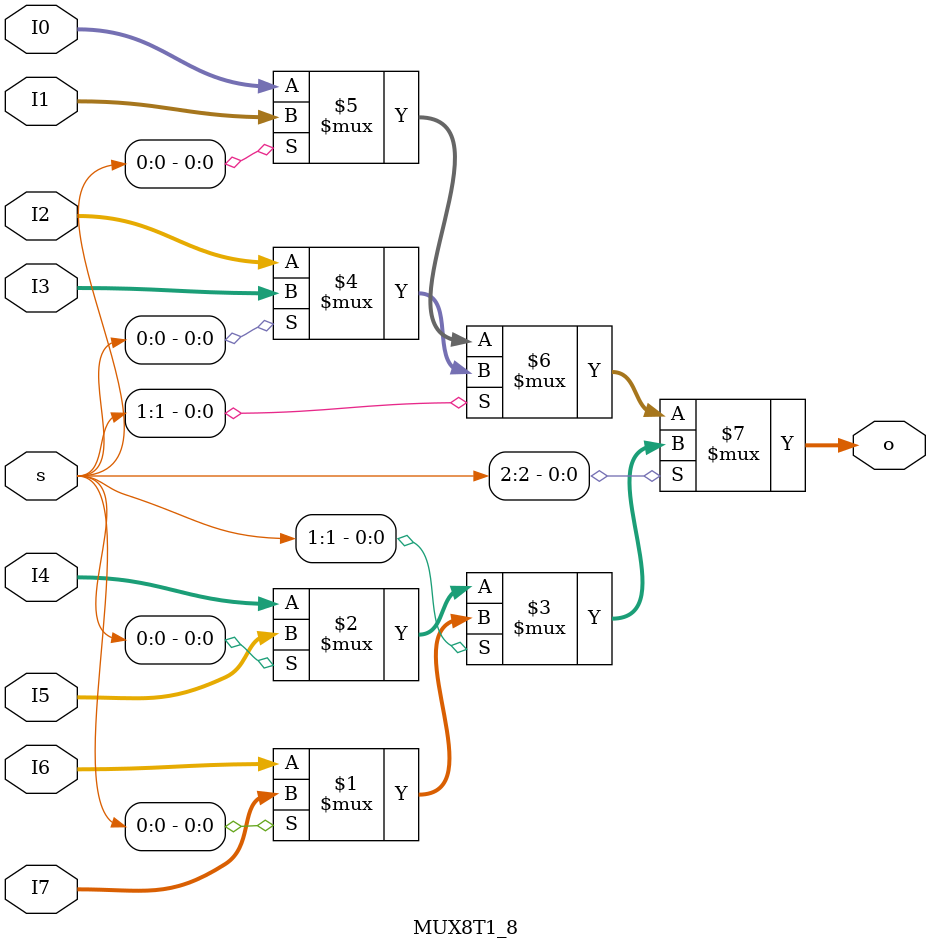
<source format=v>
`timescale 1ns / 1ps


module MUX8T1_8(
    input [7:0] I0,
    input [7:0] I1,
    input [7:0] I2,
    input [7:0] I3,
    input [7:0] I4,
    input [7:0] I5,
    input [7:0] I6,
    input [7:0] I7,
    input [2:0] s,
    output [7:0] o
    );
    
    assign o = s[2]? (s[1] ? (s[0] ? I7 : I6) : (s[0] ? I5 : I4)) : (s[1] ? (s[0] ? I3 : I2) : (s[0] ? I1 : I0));
    
endmodule

</source>
